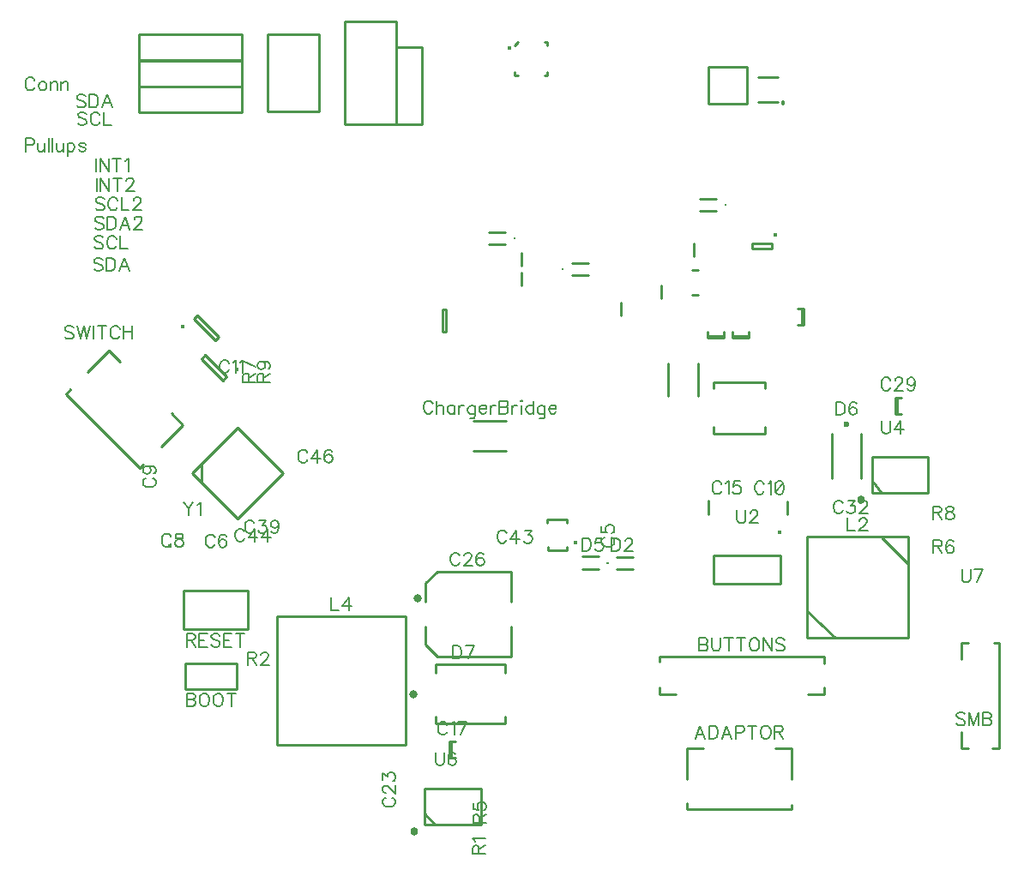
<source format=gto>
G04 DipTrace 3.0.0.2*
G04 TopSilk.gbr*
%MOIN*%
G04 #@! TF.FileFunction,Legend,Top*
G04 #@! TF.Part,Single*
%ADD10C,0.009843*%
%ADD38C,0.031499*%
%ADD43C,0.009447*%
%ADD44C,0.009433*%
%ADD46C,0.023623*%
%ADD48C,0.031479*%
%ADD52O,0.003195X0.006148*%
%ADD61C,0.015415*%
%ADD63C,0.015422*%
%ADD71C,0.015403*%
%ADD74C,0.015424*%
%ADD77C,0.03124*%
%ADD82C,0.017998*%
%ADD85O,0.014418X0.015412*%
%ADD89O,0.015352X0.015468*%
%ADD186C,0.00772*%
%FSLAX26Y26*%
G04*
G70*
G90*
G75*
G01*
G04 TopSilk*
%LPD*%
X2995334Y752149D2*
D10*
Y727154D1*
X3403339D1*
Y746152D1*
Y846158D2*
Y964155D1*
X3340346Y964911D2*
X3403339D1*
X2995334Y846158D2*
Y964155D1*
Y964911D2*
X3058327D1*
X3527745Y1295154D2*
X3528000Y1320156D1*
X2890000D1*
X2890255D2*
Y1301394D1*
Y1201429D2*
Y1176385D1*
X2952716D2*
X2890255D1*
X3527745Y1201429D2*
Y1176385D1*
X3465285D1*
X3386805Y1926037D2*
Y1874895D1*
X2353163Y2891725D2*
Y2840583D1*
X3139465Y2567941D2*
X3076536D1*
X3139465Y2560492D2*
X3076536D1*
X3139465D2*
Y2584051D1*
X3076536Y2560492D2*
Y2584051D1*
X3079952Y1875268D2*
Y1926410D1*
X2079696Y927761D2*
Y990690D1*
X2072247Y927761D2*
Y990690D1*
Y927761D2*
X2095806D1*
X2072247Y990690D2*
X2095806D1*
X2895360Y2765725D2*
Y2714583D1*
X3234465Y2568941D2*
X3171536D1*
X3234465Y2561492D2*
X3171536D1*
X3234465D2*
Y2585051D1*
X3171536Y2561492D2*
Y2585051D1*
X2025794Y1652013D2*
X2311037D1*
X1980868Y1607133D2*
X2025794Y1652013D1*
Y1322013D2*
X2311037D1*
X1980868Y1366893D2*
X2025794Y1322013D1*
X1980868Y1536216D2*
Y1607133D1*
Y1366893D2*
Y1437810D1*
X2311037Y1536216D2*
Y1652013D1*
Y1322013D2*
Y1437810D1*
D38*
X1949097Y1548030D3*
X3441213Y2673618D2*
D10*
Y2610689D1*
X3448662Y2673618D2*
Y2610689D1*
Y2673618D2*
X3425103D1*
X3448662Y2610689D2*
X3425103D1*
X3021641Y2878583D2*
Y2929725D1*
X3812582Y2266396D2*
Y2329326D1*
X3805133Y2266396D2*
Y2329326D1*
Y2266396D2*
X3828692D1*
X3805133Y2329326D2*
X3828692D1*
X2353163Y2815725D2*
Y2764583D1*
X2737641Y2646583D2*
Y2697725D1*
X1366000Y3440154D2*
X1566000D1*
Y3740154D1*
X1366000D1*
Y3440154D1*
X1666000Y3390154D2*
X1866000D1*
Y3790154D1*
X1666000D1*
Y3390154D1*
X1266018Y3640149D2*
X865983D1*
Y3740154D1*
X1266018D1*
Y3640149D1*
Y3539149D2*
X865983D1*
Y3639154D1*
X1266018D1*
Y3539149D1*
Y3439149D2*
X865983D1*
Y3539154D1*
X1266018D1*
Y3439149D1*
X2166891Y2239261D2*
X2292750D1*
X2166891Y2121088D2*
X2292750D1*
X3109223Y3054532D2*
X3046228D1*
X3109223Y3101775D2*
X3046228D1*
D43*
X3146227Y3078154D3*
X2722806Y1708775D2*
D10*
X2785797D1*
X2722806Y1661532D2*
X2785797D1*
D44*
X2685798Y1685154D3*
X2290194Y2923532D2*
D10*
X2227203D1*
X2290194Y2970775D2*
X2227203D1*
D44*
X2327202Y2947154D3*
X2550806Y2852775D2*
D10*
X2613797D1*
X2550806Y2805532D2*
X2613797D1*
D44*
X2513798Y2829154D3*
X2653194Y1662532D2*
D10*
X2590203D1*
X2653194Y1709775D2*
X2590203D1*
D44*
X2690202Y1686154D3*
X3673902Y2186835D2*
D10*
Y2013620D1*
X3559728Y2186835D2*
Y2013620D1*
D46*
X3616809Y2226204D3*
X2017684Y1290387D2*
D10*
X2289350D1*
X2017684Y1062041D2*
X2289350D1*
X2017684Y1290387D2*
Y1258898D1*
X2289350Y1290387D2*
Y1258898D1*
X2017684Y1089602D2*
Y1062041D1*
X2289350Y1089602D2*
Y1062041D1*
D48*
X1933019Y1176214D3*
X1865995Y3390173D2*
D10*
X1966000D1*
Y3690135D1*
X1865995D1*
Y3390173D1*
X1247251Y1295654D2*
X1047251D1*
Y1195654D1*
X1247251D1*
Y1295654D1*
X3300743Y2214154D2*
Y2189154D1*
X3100756D1*
Y2214154D1*
X3300743Y2364154D2*
Y2389154D1*
X3100756D1*
Y2364154D2*
Y2389154D1*
X3855237Y1787405D2*
X3461475D1*
Y1393656D1*
X3855237D1*
Y1787405D1*
X3856224Y1680423D2*
X3751221Y1785397D1*
X3571215Y1395388D2*
X3463212Y1497409D1*
X3078532Y3472075D2*
Y3615828D1*
X3228532Y3472075D2*
Y3615828D1*
D52*
X3153509Y3472171D3*
X3078532Y3472075D2*
D10*
X3228532D1*
X3078532Y3615828D2*
X3228532D1*
X1403016Y978301D2*
X1903016D1*
Y1478301D1*
X1403016D1*
Y978301D1*
D61*
X3339906Y2963053D3*
X3326782Y2928652D2*
D10*
X3248035D1*
Y2908978D1*
X3326782D1*
Y2928652D1*
D63*
X1247213Y2438740D3*
X1205254Y2409788D2*
D10*
X1121737Y2493309D1*
X1107825Y2479391D1*
X1191327Y2395870D1*
X1205254Y2409788D1*
D63*
X1035787Y2604569D3*
X1077746Y2633521D2*
D10*
X1161264Y2550000D1*
X1175176Y2563918D1*
X1091674Y2647439D1*
X1077746Y2633521D1*
X3038662Y2726937D2*
X3015103D1*
X3038662Y2825370D2*
X3015103D1*
X2921914Y2335988D2*
Y2461847D1*
X3040087Y2335988D2*
Y2461847D1*
X2059248Y2671904D2*
X2046753D1*
Y2584404D1*
X2059248D1*
Y2671904D1*
X1288292Y1426904D2*
X1038292D1*
Y1576904D1*
X1288292D1*
Y1426904D1*
X4183195Y965450D2*
X4208194D1*
Y1373450D1*
X4189200D1*
X4089204D2*
X4064205D1*
Y1310455D2*
Y1373450D1*
X4089204Y965450D2*
X4064205D1*
Y1028445D1*
X598675Y2360736D2*
X580997Y2343065D1*
X869510Y2054570D1*
X882940Y2067995D1*
X953652Y2138726D2*
X1037063Y2222151D1*
X993073Y2267220D2*
X1037611Y2222699D1*
X665139Y2427221D2*
X748596Y2510646D1*
X749098Y2511194D2*
X793636Y2466673D1*
D71*
X3357411Y1805471D3*
X3358450Y1716222D2*
D10*
X3098620D1*
X3358450Y1605986D2*
X3098620D1*
Y1716222D2*
Y1605986D1*
X3358450Y1716222D2*
Y1605986D1*
D74*
X2563950Y1766362D3*
X2529764Y1736190D2*
D10*
X2454932D1*
X2529764Y1854301D2*
X2451005D1*
X2529764Y1842490D2*
Y1854301D1*
X2451005Y1842490D2*
Y1854301D1*
X2454932Y1736190D2*
Y1748001D1*
X2529764Y1736190D2*
Y1748001D1*
X3714769Y2096942D2*
X3933532D1*
Y1959420D1*
X3714769D1*
Y2096942D1*
D77*
X3674152Y1931305D3*
X3714769Y2003172D2*
D10*
X3752279Y1959420D1*
X1073172Y2034494D2*
X1249958Y2211280D1*
X1426744Y2034494D1*
X1249958Y1857707D1*
X1073172Y2034494D1*
X1108555Y1999154D2*
Y2069834D1*
X1977540Y806777D2*
X2196302D1*
Y669255D1*
X1977540D1*
Y806777D1*
D77*
X1936922Y641140D3*
X1977540Y713007D2*
D10*
X2015050Y669255D1*
X3273299Y3478575D2*
X3349300D1*
Y3574573D2*
X3273299D1*
D82*
X3369554Y3473823D3*
X2327291Y3699236D2*
D10*
X2337816Y3711076D1*
X2327291Y3582034D2*
X2337816D1*
X2327291D2*
Y3593887D1*
X2453961Y3582034D2*
Y3593887D1*
Y3582034D2*
X2443387D1*
X2453961Y3711076D2*
Y3699236D1*
Y3711076D2*
X2443387D1*
D85*
X2304866Y3687257D3*
D89*
X985287Y1752026D3*
X3066786Y1002105D2*
D186*
X3047608Y1052345D1*
X3028485Y1002105D1*
X3035670Y1018852D2*
X3059601D1*
X3082226Y1052345D2*
Y1002105D1*
X3098972D1*
X3106157Y1004537D1*
X3110966Y1009290D1*
X3113342Y1014099D1*
X3115719Y1021228D1*
Y1033222D1*
X3113342Y1040407D1*
X3110966Y1045160D1*
X3106157Y1049969D1*
X3098972Y1052345D1*
X3082226D1*
X3169460Y1002105D2*
X3150282Y1052345D1*
X3131158Y1002105D1*
X3138343Y1018852D2*
X3162275D1*
X3184899Y1026037D2*
X3206454D1*
X3213584Y1028414D1*
X3216016Y1030845D1*
X3218393Y1035599D1*
Y1042784D1*
X3216016Y1047537D1*
X3213584Y1049969D1*
X3206454Y1052345D1*
X3184899D1*
Y1002105D1*
X3250579Y1052345D2*
Y1002105D1*
X3233832Y1052345D2*
X3267325D1*
X3297135D2*
X3292326Y1049969D1*
X3287573Y1045160D1*
X3285141Y1040407D1*
X3282764Y1033222D1*
Y1021228D1*
X3285141Y1014099D1*
X3287573Y1009290D1*
X3292326Y1004537D1*
X3297135Y1002105D1*
X3306696D1*
X3311449Y1004537D1*
X3316258Y1009290D1*
X3318634Y1014099D1*
X3321011Y1021228D1*
Y1033222D1*
X3318634Y1040407D1*
X3316258Y1045160D1*
X3311449Y1049969D1*
X3306696Y1052345D1*
X3297135D1*
X3336450Y1028414D2*
X3357950D1*
X3365135Y1030845D1*
X3367567Y1033222D1*
X3369944Y1037975D1*
Y1042784D1*
X3367567Y1047537D1*
X3365135Y1049969D1*
X3357950Y1052345D1*
X3336450D1*
Y1002105D1*
X3353197Y1028414D2*
X3369944Y1002105D1*
X3043079Y1393379D2*
Y1343139D1*
X3064634D1*
X3071819Y1345571D1*
X3074196Y1347947D1*
X3076573Y1352701D1*
Y1359886D1*
X3074196Y1364694D1*
X3071819Y1367071D1*
X3064634Y1369447D1*
X3071819Y1371879D1*
X3074196Y1374256D1*
X3076573Y1379009D1*
Y1383817D1*
X3074196Y1388571D1*
X3071819Y1391002D1*
X3064634Y1393379D1*
X3043079D1*
Y1369447D2*
X3064634D1*
X3092012Y1393379D2*
Y1357509D1*
X3094388Y1350324D1*
X3099197Y1345571D1*
X3106382Y1343139D1*
X3111135D1*
X3118320Y1345571D1*
X3123129Y1350324D1*
X3125505Y1357509D1*
Y1393379D1*
X3157691D2*
Y1343139D1*
X3140944Y1393379D2*
X3174438D1*
X3206624D2*
Y1343139D1*
X3189877Y1393379D2*
X3223370D1*
X3253180D2*
X3248371Y1391002D1*
X3243618Y1386194D1*
X3241186Y1381441D1*
X3238810Y1374256D1*
Y1362262D1*
X3241186Y1355133D1*
X3243618Y1350324D1*
X3248371Y1345571D1*
X3253180Y1343139D1*
X3262741D1*
X3267494Y1345571D1*
X3272303Y1350324D1*
X3274679Y1355133D1*
X3277056Y1362262D1*
Y1374256D1*
X3274679Y1381441D1*
X3272303Y1386194D1*
X3267494Y1391002D1*
X3262741Y1393379D1*
X3253180D1*
X3325989D2*
Y1343139D1*
X3292495Y1393379D1*
Y1343139D1*
X3374921Y1386194D2*
X3370168Y1391002D1*
X3362983Y1393379D1*
X3353421D1*
X3346236Y1391002D1*
X3341428Y1386194D1*
Y1381441D1*
X3343860Y1376632D1*
X3346236Y1374256D1*
X3350990Y1371879D1*
X3365360Y1367071D1*
X3370168Y1364694D1*
X3372545Y1362262D1*
X3374921Y1357509D1*
Y1350324D1*
X3370168Y1345571D1*
X3362983Y1343139D1*
X3353421D1*
X3346236Y1345571D1*
X3341428Y1350324D1*
X2675215Y1785380D2*
X2670462Y1783003D1*
X2665654Y1778195D1*
X2663277Y1773441D1*
Y1763880D1*
X2665654Y1759071D1*
X2670462Y1754318D1*
X2675215Y1751886D1*
X2682400Y1749510D1*
X2694394D1*
X2701524Y1751886D1*
X2706332Y1754318D1*
X2711085Y1759071D1*
X2713517Y1763880D1*
Y1773441D1*
X2711085Y1778195D1*
X2706332Y1783003D1*
X2701524Y1785380D1*
X2663332Y1829504D2*
Y1805627D1*
X2684832Y1803251D1*
X2682456Y1805627D1*
X2680024Y1812812D1*
Y1819942D1*
X2682456Y1827127D1*
X2687209Y1831936D1*
X2694394Y1834312D1*
X2699147D1*
X2706332Y1831936D1*
X2711141Y1827127D1*
X2713517Y1819942D1*
Y1812812D1*
X2711141Y1805627D1*
X2708709Y1803251D1*
X2703956Y1800819D1*
X1161069Y1784414D2*
X1158693Y1789167D1*
X1153884Y1793975D1*
X1149131Y1796352D1*
X1139569D1*
X1134761Y1793975D1*
X1130008Y1789167D1*
X1127576Y1784414D1*
X1125199Y1777229D1*
Y1765235D1*
X1127576Y1758105D1*
X1130008Y1753297D1*
X1134761Y1748544D1*
X1139569Y1746112D1*
X1149131D1*
X1153884Y1748544D1*
X1158693Y1753297D1*
X1161069Y1758105D1*
X1205193Y1789167D2*
X1202817Y1793920D1*
X1195632Y1796297D1*
X1190879D1*
X1183694Y1793920D1*
X1178885Y1786735D1*
X1176509Y1774797D1*
Y1762858D1*
X1178885Y1753297D1*
X1183694Y1748488D1*
X1190879Y1746112D1*
X1193255D1*
X1200385Y1748488D1*
X1205193Y1753297D1*
X1207570Y1760482D1*
Y1762858D1*
X1205193Y1770043D1*
X1200385Y1774797D1*
X1193255Y1777173D1*
X1190879D1*
X1183694Y1774797D1*
X1178885Y1770043D1*
X1176509Y1762858D1*
X990432Y1787290D2*
X988056Y1792043D1*
X983247Y1796852D1*
X978494Y1799228D1*
X968932D1*
X964124Y1796852D1*
X959371Y1792043D1*
X956939Y1787290D1*
X954562Y1780105D1*
Y1768112D1*
X956939Y1760982D1*
X959371Y1756173D1*
X964124Y1751420D1*
X968932Y1748988D1*
X978494D1*
X983247Y1751420D1*
X988056Y1756173D1*
X990432Y1760982D1*
X1017810Y1799173D2*
X1010680Y1796797D1*
X1008248Y1792043D1*
Y1787235D1*
X1010680Y1782482D1*
X1015433Y1780050D1*
X1024995Y1777673D1*
X1032180Y1775297D1*
X1036933Y1770488D1*
X1039310Y1765735D1*
Y1758550D1*
X1036933Y1753797D1*
X1034556Y1751365D1*
X1027371Y1748988D1*
X1017810D1*
X1010680Y1751365D1*
X1008248Y1753797D1*
X1005871Y1758550D1*
Y1765735D1*
X1008248Y1770488D1*
X1013056Y1775297D1*
X1020186Y1777673D1*
X1029748Y1780050D1*
X1034556Y1782482D1*
X1036933Y1787235D1*
Y1792043D1*
X1034556Y1796797D1*
X1027371Y1799173D1*
X1017810D1*
X893092Y2015920D2*
X888339Y2013543D1*
X883530Y2008735D1*
X881154Y2003981D1*
Y1994420D1*
X883530Y1989611D1*
X888339Y1984858D1*
X893092Y1982426D1*
X900277Y1980050D1*
X912271D1*
X919400Y1982426D1*
X924209Y1984858D1*
X928962Y1989611D1*
X931394Y1994420D1*
Y2003981D1*
X928962Y2008735D1*
X924209Y2013543D1*
X919400Y2015920D1*
X897901Y2062476D2*
X905086Y2060044D1*
X909894Y2055291D1*
X912271Y2048105D1*
Y2045729D1*
X909894Y2038544D1*
X905086Y2033791D1*
X897901Y2031359D1*
X895524D1*
X888339Y2033791D1*
X883586Y2038544D1*
X881209Y2045729D1*
Y2048106D1*
X883586Y2055291D1*
X888339Y2060044D1*
X897901Y2062476D1*
X909894D1*
X921832Y2060044D1*
X929017Y2055291D1*
X931394Y2048105D1*
Y2043352D1*
X929017Y2036167D1*
X924209Y2033791D1*
X3295680Y1991278D2*
X3293304Y1996032D1*
X3288495Y2000840D1*
X3283742Y2003217D1*
X3274180D1*
X3269372Y2000840D1*
X3264619Y1996032D1*
X3262187Y1991278D1*
X3259810Y1984093D1*
Y1972100D1*
X3262187Y1964970D1*
X3264619Y1960162D1*
X3269372Y1955408D1*
X3274180Y1952977D1*
X3283742D1*
X3288495Y1955408D1*
X3293304Y1960162D1*
X3295680Y1964970D1*
X3311120Y1993600D2*
X3315928Y1996032D1*
X3323113Y2003161D1*
Y1952977D1*
X3352922Y2003161D2*
X3345737Y2000785D1*
X3340929Y1993600D1*
X3338552Y1981662D1*
Y1974476D1*
X3340929Y1962538D1*
X3345737Y1955353D1*
X3352922Y1952977D1*
X3357676D1*
X3364861Y1955353D1*
X3369614Y1962538D1*
X3372046Y1974476D1*
Y1981662D1*
X3369614Y1993600D1*
X3364861Y2000785D1*
X3357676Y2003161D1*
X3352922D1*
X3369614Y1993600D2*
X3340929Y1962538D1*
X1215874Y2462794D2*
X1213497Y2467547D1*
X1208689Y2472356D1*
X1203936Y2474732D1*
X1194374D1*
X1189566Y2472356D1*
X1184812Y2467547D1*
X1182380Y2462794D1*
X1180004Y2455609D1*
Y2443616D1*
X1182380Y2436486D1*
X1184812Y2431677D1*
X1189566Y2426924D1*
X1194374Y2424492D1*
X1203936D1*
X1208689Y2426924D1*
X1213497Y2431677D1*
X1215874Y2436486D1*
X1231313Y2465115D2*
X1236122Y2467547D1*
X1243307Y2474677D1*
Y2424492D1*
X1258746Y2465115D2*
X1263554Y2467547D1*
X1270739Y2474677D1*
Y2424492D1*
X3130581Y1991651D2*
X3128204Y1996404D1*
X3123396Y2001213D1*
X3118642Y2003589D1*
X3109081D1*
X3104272Y2001213D1*
X3099519Y1996404D1*
X3097087Y1991651D1*
X3094711Y1984466D1*
Y1972473D1*
X3097087Y1965343D1*
X3099519Y1960534D1*
X3104272Y1955781D1*
X3109081Y1953349D1*
X3118642D1*
X3123396Y1955781D1*
X3128204Y1960534D1*
X3130581Y1965343D1*
X3146020Y1993972D2*
X3150828Y1996404D1*
X3158013Y2003534D1*
Y1953349D1*
X3202137Y2003534D2*
X3178261D1*
X3175884Y1982034D1*
X3178261Y1984411D1*
X3185446Y1986843D1*
X3192576D1*
X3199761Y1984411D1*
X3204569Y1979658D1*
X3206946Y1972473D1*
Y1967719D1*
X3204569Y1960534D1*
X3199761Y1955726D1*
X3192576Y1953349D1*
X3185446D1*
X3178261Y1955726D1*
X3175884Y1958158D1*
X3173453Y1962911D1*
X2063779Y1055944D2*
X2061402Y1060697D1*
X2056594Y1065505D1*
X2051841Y1067882D1*
X2042279D1*
X2037470Y1065505D1*
X2032717Y1060697D1*
X2030285Y1055944D1*
X2027909Y1048759D1*
Y1036765D1*
X2030285Y1029635D1*
X2032717Y1024827D1*
X2037470Y1020074D1*
X2042279Y1017642D1*
X2051841D1*
X2056594Y1020074D1*
X2061402Y1024827D1*
X2063779Y1029635D1*
X2079218Y1058265D2*
X2084026Y1060697D1*
X2091211Y1067827D1*
Y1017642D1*
X2116212D2*
X2140144Y1067827D1*
X2106651D1*
X1824361Y772883D2*
X1819608Y770507D1*
X1814799Y765698D1*
X1812423Y760945D1*
Y751383D1*
X1814799Y746575D1*
X1819608Y741822D1*
X1824361Y739390D1*
X1831546Y737013D1*
X1843540D1*
X1850669Y739390D1*
X1855478Y741822D1*
X1860231Y746575D1*
X1862663Y751383D1*
Y760945D1*
X1860231Y765698D1*
X1855478Y770507D1*
X1850669Y772883D1*
X1824416Y790754D2*
X1822040D1*
X1817231Y793131D1*
X1814855Y795507D1*
X1812478Y800316D1*
Y809877D1*
X1814855Y814631D1*
X1817231Y817007D1*
X1822040Y819439D1*
X1826793D1*
X1831601Y817007D1*
X1838731Y812254D1*
X1862663Y788322D1*
Y821816D1*
X1812478Y842063D2*
Y868316D1*
X1831601Y854002D1*
Y861187D1*
X1833978Y865940D1*
X1836355Y868316D1*
X1843540Y870748D1*
X1848293D1*
X1855478Y868316D1*
X1860286Y863563D1*
X1862663Y856378D1*
Y849193D1*
X1860286Y842063D1*
X1857854Y839687D1*
X1853101Y837255D1*
X2112720Y1713298D2*
X2110343Y1718051D1*
X2105535Y1722860D1*
X2100782Y1725236D1*
X2091220D1*
X2086412Y1722860D1*
X2081658Y1718051D1*
X2079226Y1713298D1*
X2076850Y1706113D1*
Y1694120D1*
X2079226Y1686990D1*
X2081658Y1682181D1*
X2086412Y1677428D1*
X2091220Y1674996D1*
X2100782D1*
X2105535Y1677428D1*
X2110343Y1682181D1*
X2112720Y1686990D1*
X2130591Y1713243D2*
Y1715619D1*
X2132968Y1720428D1*
X2135344Y1722804D1*
X2140153Y1725181D1*
X2149714D1*
X2154467Y1722804D1*
X2156844Y1720428D1*
X2159276Y1715619D1*
Y1710866D1*
X2156844Y1706058D1*
X2152091Y1698928D1*
X2128159Y1674996D1*
X2161652D1*
X2205777Y1718051D2*
X2203400Y1722804D1*
X2196215Y1725181D1*
X2191462D1*
X2184277Y1722804D1*
X2179468Y1715619D1*
X2177092Y1703681D1*
Y1691743D1*
X2179468Y1682181D1*
X2184277Y1677373D1*
X2191462Y1674996D1*
X2193838D1*
X2200968Y1677373D1*
X2205777Y1682181D1*
X2208153Y1689366D1*
Y1691743D1*
X2205777Y1698928D1*
X2200968Y1703681D1*
X2193838Y1706058D1*
X2191462D1*
X2184277Y1703681D1*
X2179468Y1698928D1*
X2177092Y1691743D1*
X3787103Y2394579D2*
X3784726Y2399332D1*
X3779918Y2404141D1*
X3775165Y2406517D1*
X3765603D1*
X3760795Y2404141D1*
X3756041Y2399332D1*
X3753610Y2394579D1*
X3751233Y2387394D1*
Y2375400D1*
X3753610Y2368271D1*
X3756041Y2363462D1*
X3760795Y2358709D1*
X3765603Y2356277D1*
X3775165D1*
X3779918Y2358709D1*
X3784726Y2363462D1*
X3787103Y2368271D1*
X3804974Y2394524D2*
Y2396900D1*
X3807351Y2401709D1*
X3809727Y2404085D1*
X3814536Y2406462D1*
X3824097D1*
X3828851Y2404085D1*
X3831227Y2401709D1*
X3833659Y2396900D1*
Y2392147D1*
X3831227Y2387339D1*
X3826474Y2380209D1*
X3802542Y2356277D1*
X3836036D1*
X3882592Y2389770D2*
X3880160Y2382585D1*
X3875406Y2377777D1*
X3868221Y2375400D1*
X3865845D1*
X3858660Y2377777D1*
X3853907Y2382585D1*
X3851475Y2389770D1*
Y2392147D1*
X3853907Y2399332D1*
X3858660Y2404085D1*
X3865845Y2406462D1*
X3868221D1*
X3875406Y2404085D1*
X3880160Y2399332D1*
X3882592Y2389770D1*
Y2377777D1*
X3880160Y2365839D1*
X3875406Y2358654D1*
X3868221Y2356277D1*
X3863468D1*
X3856283Y2358654D1*
X3853907Y2363462D1*
X3601668Y1916499D2*
X3599291Y1921252D1*
X3594483Y1926061D1*
X3589730Y1928437D1*
X3580168D1*
X3575360Y1926061D1*
X3570606Y1921252D1*
X3568175Y1916499D1*
X3565798Y1909314D1*
Y1897320D1*
X3568175Y1890191D1*
X3570606Y1885382D1*
X3575360Y1880629D1*
X3580168Y1878197D1*
X3589730D1*
X3594483Y1880629D1*
X3599291Y1885382D1*
X3601668Y1890191D1*
X3621916Y1928382D2*
X3648169D1*
X3633854Y1909259D1*
X3641039D1*
X3645792Y1906882D1*
X3648169Y1904505D1*
X3650601Y1897320D1*
Y1892567D1*
X3648169Y1885382D1*
X3643415Y1880574D1*
X3636230Y1878197D1*
X3629045D1*
X3621916Y1880574D1*
X3619539Y1883006D1*
X3617107Y1887759D1*
X3668472Y1916444D2*
Y1918820D1*
X3670848Y1923629D1*
X3673225Y1926005D1*
X3678033Y1928382D1*
X3687595D1*
X3692348Y1926005D1*
X3694725Y1923629D1*
X3697157Y1918820D1*
Y1914067D1*
X3694725Y1909259D1*
X3689971Y1902129D1*
X3666040Y1878197D1*
X3699533D1*
X1313565Y1840020D2*
X1311188Y1844773D1*
X1306380Y1849582D1*
X1301627Y1851958D1*
X1292065D1*
X1287257Y1849582D1*
X1282503Y1844773D1*
X1280072Y1840020D1*
X1277695Y1832835D1*
Y1820841D1*
X1280072Y1813712D1*
X1282503Y1808903D1*
X1287257Y1804150D1*
X1292065Y1801718D1*
X1301627D1*
X1306380Y1804150D1*
X1311188Y1808903D1*
X1313565Y1813712D1*
X1333813Y1851903D2*
X1360066D1*
X1345751Y1832780D1*
X1352936D1*
X1357689Y1830403D1*
X1360066Y1828026D1*
X1362497Y1820841D1*
Y1816088D1*
X1360066Y1808903D1*
X1355312Y1804095D1*
X1348127Y1801718D1*
X1340942D1*
X1333813Y1804095D1*
X1331436Y1806527D1*
X1329004Y1811280D1*
X1409053Y1835211D2*
X1406622Y1828026D1*
X1401868Y1823218D1*
X1394683Y1820841D1*
X1392307D1*
X1385122Y1823218D1*
X1380369Y1828026D1*
X1377937Y1835211D1*
Y1837588D1*
X1380369Y1844773D1*
X1385122Y1849526D1*
X1392307Y1851903D1*
X1394683D1*
X1401868Y1849526D1*
X1406622Y1844773D1*
X1409053Y1835211D1*
Y1823218D1*
X1406622Y1811280D1*
X1401868Y1804095D1*
X1394683Y1801718D1*
X1389930D1*
X1382745Y1804095D1*
X1380369Y1808903D1*
X2294659Y1801007D2*
X2292283Y1805760D1*
X2287474Y1810568D1*
X2282721Y1812945D1*
X2273160D1*
X2268351Y1810568D1*
X2263598Y1805760D1*
X2261166Y1801007D1*
X2258790Y1793822D1*
Y1781828D1*
X2261166Y1774698D1*
X2263598Y1769890D1*
X2268351Y1765137D1*
X2273160Y1762705D1*
X2282721D1*
X2287474Y1765137D1*
X2292283Y1769890D1*
X2294659Y1774698D1*
X2334030Y1762705D2*
Y1812890D1*
X2310099Y1779452D1*
X2345969D1*
X2366216Y1812890D2*
X2392469D1*
X2378155Y1793766D1*
X2385340D1*
X2390093Y1791390D1*
X2392469Y1789013D1*
X2394901Y1781828D1*
Y1777075D1*
X2392469Y1769890D1*
X2387716Y1765082D1*
X2380531Y1762705D1*
X2373346D1*
X2366216Y1765082D1*
X2363840Y1767513D1*
X2361408Y1772267D1*
X1276014Y1806445D2*
X1273638Y1811198D1*
X1268829Y1816007D1*
X1264076Y1818383D1*
X1254515D1*
X1249706Y1816007D1*
X1244953Y1811198D1*
X1242521Y1806445D1*
X1240145Y1799260D1*
Y1787267D1*
X1242521Y1780137D1*
X1244953Y1775328D1*
X1249706Y1770575D1*
X1254515Y1768143D1*
X1264076D1*
X1268829Y1770575D1*
X1273638Y1775328D1*
X1276014Y1780137D1*
X1315385Y1768143D2*
Y1818328D1*
X1291454Y1784890D1*
X1327324D1*
X1366695Y1768143D2*
Y1818328D1*
X1342763Y1784890D1*
X1378633D1*
X1520773Y2114137D2*
X1518396Y2118890D1*
X1513588Y2123698D1*
X1508835Y2126075D1*
X1499273D1*
X1494465Y2123698D1*
X1489712Y2118890D1*
X1487280Y2114137D1*
X1484903Y2106952D1*
Y2094958D1*
X1487280Y2087828D1*
X1489712Y2083020D1*
X1494465Y2078267D1*
X1499273Y2075835D1*
X1508835D1*
X1513588Y2078267D1*
X1518396Y2083020D1*
X1520773Y2087828D1*
X1560144Y2075835D2*
Y2126020D1*
X1536212Y2092582D1*
X1572082D1*
X1616206Y2118890D2*
X1613830Y2123643D1*
X1606645Y2126020D1*
X1601892D1*
X1594706Y2123643D1*
X1589898Y2116458D1*
X1587521Y2104520D1*
Y2092582D1*
X1589898Y2083020D1*
X1594706Y2078211D1*
X1601892Y2075835D1*
X1604268D1*
X1611398Y2078211D1*
X1616206Y2083020D1*
X1618583Y2090205D1*
Y2092582D1*
X1616206Y2099767D1*
X1611398Y2104520D1*
X1604268Y2106896D1*
X1601892D1*
X1594706Y2104520D1*
X1589898Y2099767D1*
X1587521Y2092582D1*
X2007992Y2304452D2*
X2005616Y2309205D1*
X2000807Y2314013D1*
X1996054Y2316390D1*
X1986493D1*
X1981684Y2314013D1*
X1976931Y2309205D1*
X1974499Y2304452D1*
X1972122Y2297267D1*
Y2285273D1*
X1974499Y2278143D1*
X1976931Y2273335D1*
X1981684Y2268582D1*
X1986493Y2266150D1*
X1996054D1*
X2000807Y2268582D1*
X2005616Y2273335D1*
X2007992Y2278143D1*
X2023432Y2316390D2*
Y2266150D1*
Y2290082D2*
X2030617Y2297267D1*
X2035425Y2299643D1*
X2042610D1*
X2047363Y2297267D1*
X2049740Y2290082D1*
Y2266150D1*
X2093864Y2299643D2*
Y2266150D1*
Y2292458D2*
X2089111Y2297267D1*
X2084302Y2299643D1*
X2077173D1*
X2072364Y2297267D1*
X2067611Y2292458D1*
X2065179Y2285273D1*
Y2280520D1*
X2067611Y2273335D1*
X2072364Y2268582D1*
X2077173Y2266150D1*
X2084302D1*
X2089111Y2268582D1*
X2093864Y2273335D1*
X2109303Y2299643D2*
Y2266150D1*
Y2285273D2*
X2111735Y2292458D1*
X2116488Y2297267D1*
X2121297Y2299643D1*
X2128482D1*
X2172606Y2297267D2*
Y2258965D1*
X2170229Y2251835D1*
X2167853Y2249403D1*
X2163044Y2247027D1*
X2155859D1*
X2151106Y2249403D1*
X2172606Y2290082D2*
X2167853Y2294835D1*
X2163044Y2297267D1*
X2155859D1*
X2151106Y2294835D1*
X2146298Y2290082D1*
X2143921Y2282897D1*
Y2278088D1*
X2146298Y2270958D1*
X2151106Y2266150D1*
X2155859Y2263773D1*
X2163044D1*
X2167853Y2266150D1*
X2172606Y2270958D1*
X2188045Y2285273D2*
X2216730D1*
Y2290082D1*
X2214354Y2294890D1*
X2211977Y2297267D1*
X2207168Y2299643D1*
X2199983D1*
X2195230Y2297267D1*
X2190422Y2292458D1*
X2188045Y2285273D1*
Y2280520D1*
X2190422Y2273335D1*
X2195230Y2268582D1*
X2199983Y2266150D1*
X2207168D1*
X2211977Y2268582D1*
X2216730Y2273335D1*
X2232169Y2299643D2*
Y2266150D1*
Y2285273D2*
X2234601Y2292458D1*
X2239354Y2297267D1*
X2244163Y2299643D1*
X2251348D1*
X2266787Y2316390D2*
Y2266150D1*
X2288342D1*
X2295527Y2268582D1*
X2297904Y2270958D1*
X2300280Y2275711D1*
Y2282897D1*
X2297904Y2287705D1*
X2295527Y2290082D1*
X2288342Y2292458D1*
X2295527Y2294890D1*
X2297904Y2297267D1*
X2300280Y2302020D1*
Y2306828D1*
X2297904Y2311581D1*
X2295527Y2314013D1*
X2288342Y2316390D1*
X2266787D1*
Y2292458D2*
X2288342D1*
X2315720Y2299643D2*
Y2266150D1*
Y2285273D2*
X2318152Y2292458D1*
X2322905Y2297267D1*
X2327713Y2299643D1*
X2334898D1*
X2350338Y2316390D2*
X2352714Y2314013D1*
X2355146Y2316390D1*
X2352714Y2318822D1*
X2350338Y2316390D1*
X2352714Y2299643D2*
Y2266150D1*
X2399270Y2316390D2*
Y2266150D1*
Y2292458D2*
X2394517Y2297267D1*
X2389708Y2299643D1*
X2382523D1*
X2377770Y2297267D1*
X2372962Y2292458D1*
X2370585Y2285273D1*
Y2280520D1*
X2372962Y2273335D1*
X2377770Y2268582D1*
X2382523Y2266150D1*
X2389708D1*
X2394517Y2268582D1*
X2399270Y2273335D1*
X2443394Y2297267D2*
Y2258965D1*
X2441018Y2251835D1*
X2438641Y2249403D1*
X2433833Y2247027D1*
X2426648D1*
X2421894Y2249403D1*
X2443394Y2290082D2*
X2438641Y2294835D1*
X2433833Y2297267D1*
X2426648D1*
X2421894Y2294835D1*
X2417086Y2290082D1*
X2414709Y2282897D1*
Y2278088D1*
X2417086Y2270958D1*
X2421894Y2266150D1*
X2426648Y2263773D1*
X2433833D1*
X2438641Y2266150D1*
X2443394Y2270958D1*
X2458833Y2285273D2*
X2487518D1*
Y2290082D1*
X2485142Y2294890D1*
X2482765Y2297267D1*
X2477957Y2299643D1*
X2470772D1*
X2466019Y2297267D1*
X2461210Y2292458D1*
X2458833Y2285273D1*
Y2280520D1*
X2461210Y2273335D1*
X2466019Y2268582D1*
X2470772Y2266150D1*
X2477957D1*
X2482765Y2268582D1*
X2487518Y2273335D1*
X2704041Y1781998D2*
Y1731758D1*
X2720787D1*
X2727972Y1734190D1*
X2732781Y1738943D1*
X2735157Y1743752D1*
X2737534Y1750881D1*
Y1762875D1*
X2735157Y1770060D1*
X2732781Y1774813D1*
X2727972Y1779622D1*
X2720787Y1781998D1*
X2704041D1*
X2755405Y1770005D2*
Y1772381D1*
X2757782Y1777190D1*
X2760158Y1779566D1*
X2764967Y1781943D1*
X2774528D1*
X2779281Y1779566D1*
X2781658Y1777190D1*
X2784090Y1772381D1*
Y1767628D1*
X2781658Y1762820D1*
X2776905Y1755690D1*
X2752973Y1731758D1*
X2786466D1*
X2589534Y1782998D2*
Y1732758D1*
X2606281D1*
X2613466Y1735190D1*
X2618274Y1739943D1*
X2620651Y1744752D1*
X2623027Y1751881D1*
Y1763875D1*
X2620651Y1771060D1*
X2618274Y1775813D1*
X2613466Y1780622D1*
X2606281Y1782998D1*
X2589534D1*
X2667151Y1782943D2*
X2643275D1*
X2640898Y1761443D1*
X2643275Y1763820D1*
X2650460Y1766251D1*
X2657590D1*
X2664775Y1763820D1*
X2669583Y1759066D1*
X2671960Y1751881D1*
Y1747128D1*
X2669583Y1739943D1*
X2664775Y1735135D1*
X2657590Y1732758D1*
X2650460D1*
X2643275Y1735135D1*
X2640898Y1737567D1*
X2638467Y1742320D1*
X3576818Y2311243D2*
Y2261003D1*
X3593565D1*
X3600750Y2263435D1*
X3605558Y2268188D1*
X3607935Y2272996D1*
X3610311Y2280126D1*
Y2292120D1*
X3607935Y2299305D1*
X3605558Y2304058D1*
X3600750Y2308866D1*
X3593565Y2311243D1*
X3576818D1*
X3654436Y2304058D2*
X3652059Y2308811D1*
X3644874Y2311188D1*
X3640121D1*
X3632936Y2308811D1*
X3628127Y2301626D1*
X3625751Y2289688D1*
Y2277750D1*
X3628127Y2268188D1*
X3632936Y2263379D1*
X3640121Y2261003D1*
X3642497D1*
X3649627Y2263379D1*
X3654436Y2268188D1*
X3656812Y2275373D1*
Y2277750D1*
X3654436Y2284935D1*
X3649627Y2289688D1*
X3642497Y2292064D1*
X3640121D1*
X3632936Y2289688D1*
X3628127Y2284935D1*
X3625751Y2277750D1*
X2086205Y1363610D2*
Y1313370D1*
X2102951D1*
X2110136Y1315802D1*
X2114945Y1320555D1*
X2117321Y1325364D1*
X2119698Y1332494D1*
Y1344487D1*
X2117321Y1351672D1*
X2114945Y1356425D1*
X2110136Y1361234D1*
X2102951Y1363610D1*
X2086205D1*
X2144699Y1313370D2*
X2168630Y1363555D1*
X2135137D1*
X1052352Y1178695D2*
Y1128455D1*
X1073907D1*
X1081092Y1130887D1*
X1083469Y1133263D1*
X1085845Y1138017D1*
Y1145202D1*
X1083469Y1150010D1*
X1081092Y1152387D1*
X1073907Y1154763D1*
X1081092Y1157195D1*
X1083469Y1159572D1*
X1085845Y1164325D1*
Y1169133D1*
X1083469Y1173887D1*
X1081092Y1176318D1*
X1073907Y1178695D1*
X1052352D1*
Y1154763D2*
X1073907D1*
X1115655Y1178695D2*
X1110846Y1176318D1*
X1106093Y1171510D1*
X1103661Y1166757D1*
X1101285Y1159572D1*
Y1147578D1*
X1103661Y1140448D1*
X1106093Y1135640D1*
X1110846Y1130887D1*
X1115655Y1128455D1*
X1125216D1*
X1129970Y1130887D1*
X1134778Y1135640D1*
X1137155Y1140448D1*
X1139531Y1147578D1*
Y1159572D1*
X1137155Y1166757D1*
X1134778Y1171510D1*
X1129970Y1176318D1*
X1125216Y1178695D1*
X1115655D1*
X1169341D2*
X1164532Y1176318D1*
X1159779Y1171510D1*
X1157347Y1166757D1*
X1154970Y1159572D1*
Y1147578D1*
X1157347Y1140448D1*
X1159779Y1135640D1*
X1164532Y1130887D1*
X1169341Y1128455D1*
X1178902D1*
X1183655Y1130887D1*
X1188464Y1135640D1*
X1190840Y1140448D1*
X1193217Y1147578D1*
Y1159572D1*
X1190840Y1166757D1*
X1188464Y1171510D1*
X1183655Y1176318D1*
X1178902Y1178695D1*
X1169341D1*
X1225403D2*
Y1128455D1*
X1208656Y1178695D2*
X1242150D1*
X3620041Y1860628D2*
Y1810388D1*
X3648725D1*
X3666597Y1848635D2*
Y1851011D1*
X3668973Y1855820D1*
X3671350Y1858196D1*
X3676158Y1860573D1*
X3685720D1*
X3690473Y1858196D1*
X3692850Y1855820D1*
X3695281Y1851011D1*
Y1846258D1*
X3692850Y1841450D1*
X3688096Y1834320D1*
X3664165Y1810388D1*
X3697658D1*
X1613019Y1551524D2*
Y1501284D1*
X1641704D1*
X1681075D2*
Y1551468D1*
X1657143Y1518030D1*
X1693013D1*
X2186995Y553100D2*
Y574600D1*
X2184563Y581785D1*
X2182187Y584217D1*
X2177433Y586594D1*
X2172625D1*
X2167872Y584217D1*
X2165440Y581785D1*
X2163063Y574600D1*
Y553100D1*
X2213303D1*
X2186995Y569847D2*
X2213303Y586593D1*
X2172680Y602033D2*
X2170248Y606841D1*
X2163119Y614026D1*
X2213303D1*
X1289501Y1314630D2*
X1311001D1*
X1318186Y1317062D1*
X1320618Y1319439D1*
X1322994Y1324192D1*
Y1329000D1*
X1320618Y1333753D1*
X1318186Y1336185D1*
X1311001Y1338562D1*
X1289501D1*
Y1288322D1*
X1306248Y1314630D2*
X1322994Y1288322D1*
X1340866Y1326568D2*
Y1328945D1*
X1343242Y1333753D1*
X1345619Y1336130D1*
X1350427Y1338507D1*
X1359989D1*
X1364742Y1336130D1*
X1367119Y1333753D1*
X1369550Y1328945D1*
Y1324192D1*
X1367119Y1319383D1*
X1362365Y1312253D1*
X1338434Y1288322D1*
X1371927D1*
X725159Y2864841D2*
X720406Y2869650D1*
X713221Y2872026D1*
X703660D1*
X696475Y2869650D1*
X691666Y2864841D1*
Y2860088D1*
X694098Y2855280D1*
X696475Y2852903D1*
X701228Y2850526D1*
X715598Y2845718D1*
X720406Y2843341D1*
X722783Y2840910D1*
X725159Y2836156D1*
Y2828971D1*
X720406Y2824218D1*
X713221Y2821786D1*
X703660D1*
X696475Y2824218D1*
X691666Y2828971D1*
X740599Y2872026D2*
Y2821786D1*
X757345D1*
X764530Y2824218D1*
X769339Y2828971D1*
X771715Y2833780D1*
X774092Y2840910D1*
Y2852903D1*
X771715Y2860088D1*
X769339Y2864841D1*
X764530Y2869650D1*
X757345Y2872026D1*
X740599D1*
X827833Y2821786D2*
X808655Y2872026D1*
X789531Y2821786D1*
X796716Y2838533D2*
X820648D1*
X726566Y2950126D2*
X721812Y2954935D1*
X714627Y2957311D1*
X705066D1*
X697881Y2954935D1*
X693072Y2950126D1*
Y2945373D1*
X695504Y2940564D1*
X697881Y2938188D1*
X702634Y2935811D1*
X717004Y2931003D1*
X721812Y2928626D1*
X724189Y2926194D1*
X726566Y2921441D1*
Y2914256D1*
X721812Y2909503D1*
X714627Y2907071D1*
X705066D1*
X697881Y2909503D1*
X693072Y2914256D1*
X777875Y2945373D2*
X775498Y2950126D1*
X770690Y2954935D1*
X765937Y2957311D1*
X756375D1*
X751567Y2954935D1*
X746813Y2950126D1*
X744381Y2945373D1*
X742005Y2938188D1*
Y2926194D1*
X744381Y2919065D1*
X746813Y2914256D1*
X751567Y2909503D1*
X756375Y2907071D1*
X765937D1*
X770690Y2909503D1*
X775498Y2914256D1*
X777875Y2919065D1*
X793314Y2957311D2*
Y2907071D1*
X821999D1*
X2188344Y674478D2*
Y695977D1*
X2185912Y703162D1*
X2183536Y705594D1*
X2178782Y707971D1*
X2173974D1*
X2169221Y705594D1*
X2166789Y703162D1*
X2164412Y695977D1*
Y674478D1*
X2214652D1*
X2188344Y691224D2*
X2214652Y707971D1*
X2164468Y752095D2*
Y728219D1*
X2185967Y725842D1*
X2183591Y728219D1*
X2181159Y735404D1*
Y742533D1*
X2183591Y749718D1*
X2188344Y754527D1*
X2195529Y756903D1*
X2200282D1*
X2207467Y754527D1*
X2212276Y749718D1*
X2214652Y742533D1*
Y735404D1*
X2212276Y728218D1*
X2209844Y725842D1*
X2205091Y723410D1*
X3953800Y1750018D2*
X3975300D1*
X3982485Y1752450D1*
X3984917Y1754826D1*
X3987293Y1759579D1*
Y1764388D1*
X3984917Y1769141D1*
X3982485Y1771573D1*
X3975300Y1773950D1*
X3953800D1*
Y1723710D1*
X3970546Y1750018D2*
X3987293Y1723710D1*
X4031417Y1766765D2*
X4029041Y1771518D1*
X4021856Y1773894D1*
X4017102D1*
X4009917Y1771518D1*
X4005109Y1764333D1*
X4002732Y1752394D1*
Y1740456D1*
X4005109Y1730895D1*
X4009917Y1726086D1*
X4017102Y1723710D1*
X4019479D1*
X4026609Y1726086D1*
X4031417Y1730895D1*
X4033794Y1738080D1*
Y1740456D1*
X4031417Y1747641D1*
X4026609Y1752394D1*
X4019479Y1754771D1*
X4017102D1*
X4009917Y1752394D1*
X4005109Y1747641D1*
X4002732Y1740456D1*
X1293877Y2389064D2*
Y2410564D1*
X1291445Y2417749D1*
X1289068Y2420181D1*
X1284315Y2422557D1*
X1279507D1*
X1274754Y2420181D1*
X1272322Y2417749D1*
X1269945Y2410564D1*
Y2389064D1*
X1320185D1*
X1293877Y2405811D2*
X1320185Y2422557D1*
Y2447558D2*
X1270000Y2471490D1*
Y2437997D1*
X3952396Y1881211D2*
X3973896D1*
X3981081Y1883643D1*
X3983513Y1886019D1*
X3985890Y1890772D1*
Y1895581D1*
X3983513Y1900334D1*
X3981081Y1902766D1*
X3973896Y1905142D1*
X3952396D1*
Y1854902D1*
X3969143Y1881211D2*
X3985890Y1854902D1*
X4013267Y1905087D2*
X4006137Y1902711D1*
X4003705Y1897957D1*
Y1893149D1*
X4006137Y1888396D1*
X4010890Y1885964D1*
X4020452Y1883587D1*
X4027637Y1881211D1*
X4032390Y1876402D1*
X4034767Y1871649D1*
Y1864464D1*
X4032390Y1859711D1*
X4030014Y1857279D1*
X4022829Y1854902D1*
X4013267D1*
X4006137Y1857279D1*
X4003705Y1859711D1*
X4001329Y1864464D1*
Y1871649D1*
X4003705Y1876402D1*
X4008514Y1881211D1*
X4015644Y1883587D1*
X4025205Y1885964D1*
X4030014Y1888396D1*
X4032390Y1893149D1*
Y1897957D1*
X4030014Y1902711D1*
X4022829Y1905087D1*
X4013267D1*
X1350125Y2388826D2*
Y2410326D1*
X1347693Y2417511D1*
X1345316Y2419943D1*
X1340563Y2422319D1*
X1335755D1*
X1331002Y2419943D1*
X1328570Y2417511D1*
X1326193Y2410326D1*
Y2388826D1*
X1376433D1*
X1350125Y2405573D2*
X1376433Y2422319D1*
X1342940Y2468875D2*
X1350125Y2466443D1*
X1354933Y2461690D1*
X1357310Y2454505D1*
Y2452129D1*
X1354933Y2444944D1*
X1350125Y2440190D1*
X1342940Y2437758D1*
X1340563D1*
X1333378Y2440190D1*
X1328625Y2444944D1*
X1326248Y2452129D1*
Y2454505D1*
X1328625Y2461690D1*
X1333378Y2466443D1*
X1342940Y2468875D1*
X1354933D1*
X1366872Y2466443D1*
X1374057Y2461690D1*
X1376433Y2454505D1*
Y2449752D1*
X1374057Y2442567D1*
X1369248Y2440190D1*
X699316Y3257311D2*
Y3207071D1*
X748248Y3257311D2*
Y3207071D1*
X714755Y3257311D1*
Y3207071D1*
X780434Y3257311D2*
Y3207071D1*
X763688Y3257311D2*
X797181D1*
X812620Y3247694D2*
X817429Y3250126D1*
X824614Y3257256D1*
Y3207071D1*
X701066Y3182311D2*
Y3132071D1*
X749998Y3182311D2*
Y3132071D1*
X716505Y3182311D1*
Y3132071D1*
X782184Y3182311D2*
Y3132071D1*
X765438Y3182311D2*
X798931D1*
X816802Y3170318D2*
Y3172694D1*
X819179Y3177503D1*
X821555Y3179879D1*
X826364Y3182256D1*
X835925D1*
X840679Y3179879D1*
X843055Y3177503D1*
X845487Y3172694D1*
Y3167941D1*
X843055Y3163133D1*
X838302Y3156003D1*
X814370Y3132071D1*
X847864D1*
X727908Y3025127D2*
X723155Y3029936D1*
X715970Y3032312D1*
X706408D1*
X699223Y3029936D1*
X694415Y3025127D1*
Y3020374D1*
X696847Y3015566D1*
X699223Y3013189D1*
X703977Y3010813D1*
X718347Y3006004D1*
X723155Y3003628D1*
X725532Y3001196D1*
X727908Y2996443D1*
Y2989257D1*
X723155Y2984504D1*
X715970Y2982072D1*
X706408D1*
X699223Y2984504D1*
X694415Y2989257D1*
X743348Y3032312D2*
Y2982072D1*
X760094D1*
X767279Y2984504D1*
X772088Y2989257D1*
X774464Y2994066D1*
X776841Y3001196D1*
Y3013189D1*
X774464Y3020374D1*
X772088Y3025127D1*
X767279Y3029936D1*
X760094Y3032312D1*
X743348D1*
X830582Y2982072D2*
X811403Y3032312D1*
X792280Y2982072D1*
X799465Y2998819D2*
X823397D1*
X848453Y3020319D2*
Y3022696D1*
X850830Y3027504D1*
X853206Y3029881D1*
X858015Y3032257D1*
X867576D1*
X872330Y3029881D1*
X874706Y3027504D1*
X877138Y3022696D1*
Y3017942D1*
X874706Y3013134D1*
X869953Y3006004D1*
X846021Y2982072D1*
X879515D1*
X731528Y3100127D2*
X726775Y3104936D1*
X719590Y3107312D1*
X710029D1*
X702844Y3104936D1*
X698035Y3100127D1*
Y3095374D1*
X700467Y3090566D1*
X702844Y3088189D1*
X707597Y3085813D1*
X721967Y3081004D1*
X726775Y3078628D1*
X729152Y3076196D1*
X731528Y3071443D1*
Y3064257D1*
X726775Y3059504D1*
X719590Y3057072D1*
X710029D1*
X702844Y3059504D1*
X698035Y3064257D1*
X782838Y3095374D2*
X780461Y3100127D1*
X775653Y3104936D1*
X770899Y3107312D1*
X761338D1*
X756529Y3104936D1*
X751776Y3100127D1*
X749344Y3095374D1*
X746968Y3088189D1*
Y3076196D1*
X749344Y3069066D1*
X751776Y3064257D1*
X756529Y3059504D1*
X761338Y3057072D1*
X770899D1*
X775653Y3059504D1*
X780461Y3064257D1*
X782838Y3069066D1*
X798277Y3107312D2*
Y3057072D1*
X826962D1*
X844833Y3095319D2*
Y3097696D1*
X847210Y3102504D1*
X849586Y3104881D1*
X854395Y3107257D1*
X863956D1*
X868709Y3104881D1*
X871086Y3102504D1*
X873518Y3097696D1*
Y3092942D1*
X871086Y3088134D1*
X866333Y3081004D1*
X842401Y3057072D1*
X875894D1*
X658624Y3500126D2*
X653871Y3504935D1*
X646686Y3507311D1*
X637124D1*
X629939Y3504935D1*
X625131Y3500126D1*
Y3495373D1*
X627563Y3490564D1*
X629939Y3488188D1*
X634692Y3485811D1*
X649062Y3481003D1*
X653871Y3478626D1*
X656247Y3476194D1*
X658624Y3471441D1*
Y3464256D1*
X653871Y3459503D1*
X646686Y3457071D1*
X637124D1*
X629939Y3459503D1*
X625131Y3464256D1*
X674063Y3507311D2*
Y3457071D1*
X690810D1*
X697995Y3459503D1*
X702803Y3464256D1*
X705180Y3469065D1*
X707557Y3476194D1*
Y3488188D1*
X705180Y3495373D1*
X702803Y3500126D1*
X697995Y3504935D1*
X690810Y3507311D1*
X674063D1*
X761298Y3457071D2*
X742119Y3507311D1*
X722996Y3457071D1*
X730181Y3473818D2*
X754113D1*
X662245Y3431375D2*
X657492Y3436184D1*
X650307Y3438560D1*
X640746D1*
X633561Y3436184D1*
X628752Y3431375D1*
Y3426622D1*
X631184Y3421814D1*
X633561Y3419437D1*
X638314Y3417061D1*
X652684Y3412252D1*
X657492Y3409876D1*
X659869Y3407444D1*
X662245Y3402691D1*
Y3395505D1*
X657492Y3390752D1*
X650307Y3388320D1*
X640746D1*
X633561Y3390752D1*
X628752Y3395505D1*
X713555Y3426622D2*
X711178Y3431375D1*
X706370Y3436184D1*
X701616Y3438560D1*
X692055D1*
X687246Y3436184D1*
X682493Y3431375D1*
X680061Y3426622D1*
X677685Y3419437D1*
Y3407444D1*
X680061Y3400314D1*
X682493Y3395505D1*
X687246Y3390752D1*
X692055Y3388320D1*
X701616D1*
X706370Y3390752D1*
X711178Y3395505D1*
X713555Y3400314D1*
X728994Y3438560D2*
Y3388320D1*
X757679D1*
X1051112Y1386014D2*
X1072611D1*
X1079796Y1388446D1*
X1082228Y1390822D1*
X1084605Y1395576D1*
Y1400384D1*
X1082228Y1405137D1*
X1079796Y1407569D1*
X1072611Y1409946D1*
X1051112D1*
Y1359706D1*
X1067858Y1386014D2*
X1084605Y1359706D1*
X1131106Y1409946D2*
X1100044D1*
Y1359706D1*
X1131106D1*
X1100044Y1386014D2*
X1119167D1*
X1180038Y1402761D2*
X1175285Y1407569D1*
X1168100Y1409946D1*
X1158538D1*
X1151353Y1407569D1*
X1146545Y1402761D1*
Y1398007D1*
X1148977Y1393199D1*
X1151353Y1390822D1*
X1156107Y1388446D1*
X1170477Y1383637D1*
X1175285Y1381261D1*
X1177662Y1378829D1*
X1180038Y1374076D1*
Y1366891D1*
X1175285Y1362137D1*
X1168100Y1359706D1*
X1158538D1*
X1151353Y1362137D1*
X1146545Y1366891D1*
X1226539Y1409946D2*
X1195477D1*
Y1359706D1*
X1226539D1*
X1195477Y1386014D2*
X1214601D1*
X1258725Y1409946D2*
Y1359706D1*
X1241978Y1409946D2*
X1275472D1*
X4076383Y1096488D2*
X4071629Y1101297D1*
X4064444Y1103673D1*
X4054883D1*
X4047698Y1101297D1*
X4042889Y1096488D1*
Y1091735D1*
X4045321Y1086927D1*
X4047698Y1084550D1*
X4052451Y1082173D1*
X4066821Y1077365D1*
X4071629Y1074988D1*
X4074006Y1072557D1*
X4076383Y1067803D1*
Y1060618D1*
X4071629Y1055865D1*
X4064444Y1053433D1*
X4054883D1*
X4047698Y1055865D1*
X4042889Y1060618D1*
X4130068Y1053433D2*
Y1103673D1*
X4110945Y1053433D1*
X4091822Y1103673D1*
Y1053433D1*
X4145508Y1103673D2*
Y1053433D1*
X4167063D1*
X4174248Y1055865D1*
X4176624Y1058242D1*
X4179001Y1062995D1*
Y1070180D1*
X4176624Y1074988D1*
X4174248Y1077365D1*
X4167063Y1079742D1*
X4174248Y1082173D1*
X4176624Y1084550D1*
X4179001Y1089303D1*
Y1094112D1*
X4176624Y1098865D1*
X4174248Y1101297D1*
X4167063Y1103673D1*
X4145508D1*
Y1079742D2*
X4167063D1*
X612001Y2600232D2*
X607248Y2605040D1*
X600063Y2607417D1*
X590502D1*
X583316Y2605040D1*
X578508Y2600232D1*
Y2595479D1*
X580940Y2590670D1*
X583316Y2588293D1*
X588070Y2585917D1*
X602440Y2581108D1*
X607248Y2578732D1*
X609625Y2576300D1*
X612001Y2571547D1*
Y2564362D1*
X607248Y2559609D1*
X600063Y2557177D1*
X590502D1*
X583316Y2559609D1*
X578508Y2564362D1*
X627441Y2607417D2*
X639434Y2557177D1*
X651372Y2607417D1*
X663311Y2557177D1*
X675304Y2607417D1*
X690743D2*
Y2557177D1*
X722929Y2607417D2*
Y2557177D1*
X706183Y2607417D2*
X739676D1*
X790985Y2595479D2*
X788608Y2600232D1*
X783800Y2605040D1*
X779047Y2607417D1*
X769485D1*
X764677Y2605040D1*
X759924Y2600232D1*
X757492Y2595479D1*
X755115Y2588293D1*
Y2576300D1*
X757492Y2569170D1*
X759924Y2564362D1*
X764677Y2559609D1*
X769485Y2557177D1*
X779047D1*
X783800Y2559609D1*
X788608Y2564362D1*
X790985Y2569170D1*
X806424Y2607417D2*
Y2557177D1*
X839918Y2607417D2*
Y2557177D1*
X806424Y2583485D2*
X839918D1*
X3190653Y1890823D2*
Y1854953D1*
X3193030Y1847768D1*
X3197838Y1843015D1*
X3205023Y1840583D1*
X3209777D1*
X3216962Y1843015D1*
X3221770Y1847768D1*
X3224147Y1854953D1*
Y1890823D1*
X3242018Y1878829D2*
Y1881206D1*
X3244394Y1886014D1*
X3246771Y1888391D1*
X3251579Y1890768D1*
X3261141D1*
X3265894Y1888391D1*
X3268271Y1886014D1*
X3270703Y1881206D1*
Y1876453D1*
X3268271Y1871644D1*
X3263518Y1864515D1*
X3239586Y1840583D1*
X3273079D1*
X3753630Y2238215D2*
Y2202345D1*
X3756007Y2195160D1*
X3760815Y2190407D1*
X3768001Y2187975D1*
X3772754D1*
X3779939Y2190407D1*
X3784747Y2195160D1*
X3787124Y2202345D1*
Y2238215D1*
X3826495Y2187975D2*
Y2238160D1*
X3802563Y2204722D1*
X3838433D1*
X2018805Y948050D2*
Y912180D1*
X2021182Y904995D1*
X2025990Y900242D1*
X2033175Y897810D1*
X2037928D1*
X2045113Y900242D1*
X2049922Y904995D1*
X2052298Y912180D1*
Y948050D1*
X2096422Y940865D2*
X2094046Y945618D1*
X2086861Y947995D1*
X2082108D1*
X2074923Y945618D1*
X2070114Y938433D1*
X2067738Y926495D1*
Y914557D1*
X2070114Y904995D1*
X2074923Y900187D1*
X2082108Y897810D1*
X2084484D1*
X2091614Y900187D1*
X2096422Y904995D1*
X2098799Y912180D1*
Y914557D1*
X2096422Y921742D1*
X2091614Y926495D1*
X2084484Y928871D1*
X2082108D1*
X2074923Y926495D1*
X2070114Y921742D1*
X2067738Y914557D1*
X4064509Y1660713D2*
Y1624843D1*
X4066886Y1617658D1*
X4071694Y1612905D1*
X4078879Y1610473D1*
X4083632D1*
X4090817Y1612905D1*
X4095626Y1617658D1*
X4098002Y1624843D1*
Y1660713D1*
X4123003Y1610473D2*
X4146935Y1660658D1*
X4113442D1*
X1039301Y1920894D2*
X1058424Y1896962D1*
Y1870654D1*
X1077548Y1920894D2*
X1058424Y1896962D1*
X1092987Y1911277D2*
X1097795Y1913709D1*
X1104980Y1920839D1*
Y1870654D1*
X424640Y3310106D2*
X446195D1*
X453324Y3312482D1*
X455756Y3314914D1*
X458133Y3319667D1*
Y3326852D1*
X455756Y3331606D1*
X453324Y3334038D1*
X446195Y3336414D1*
X424640D1*
Y3286174D1*
X473572Y3319667D2*
Y3295736D1*
X475949Y3288606D1*
X480757Y3286174D1*
X487942D1*
X492695Y3288606D1*
X499880Y3295736D1*
Y3319667D2*
Y3286174D1*
X515320Y3336414D2*
Y3286174D1*
X530759Y3336414D2*
Y3286174D1*
X546198Y3319667D2*
Y3295736D1*
X548575Y3288606D1*
X553383Y3286174D1*
X560568D1*
X565321Y3288606D1*
X572506Y3295736D1*
Y3319667D2*
Y3286174D1*
X587946Y3319667D2*
Y3269427D1*
Y3312482D2*
X592754Y3317236D1*
X597507Y3319667D1*
X604692D1*
X609501Y3317236D1*
X614254Y3312482D1*
X616686Y3305297D1*
Y3300489D1*
X614254Y3293359D1*
X609501Y3288551D1*
X604692Y3286174D1*
X597507D1*
X592754Y3288551D1*
X587946Y3293359D1*
X658433Y3312482D2*
X656057Y3317291D1*
X648872Y3319667D1*
X641687D1*
X634502Y3317291D1*
X632125Y3312482D1*
X634502Y3307729D1*
X639310Y3305297D1*
X651248Y3302921D1*
X656057Y3300544D1*
X658433Y3295736D1*
Y3293359D1*
X656057Y3288606D1*
X648872Y3286174D1*
X641687D1*
X634502Y3288606D1*
X632125Y3293359D1*
X460509Y3561976D2*
X458133Y3566729D1*
X453324Y3571538D1*
X448571Y3573914D1*
X439010D1*
X434201Y3571538D1*
X429448Y3566729D1*
X427016Y3561976D1*
X424640Y3554791D1*
Y3542797D1*
X427016Y3535668D1*
X429448Y3530859D1*
X434201Y3526106D1*
X439010Y3523674D1*
X448571D1*
X453324Y3526106D1*
X458133Y3530859D1*
X460509Y3535668D1*
X487887Y3557167D2*
X483134Y3554791D1*
X478325Y3549982D1*
X475949Y3542797D1*
Y3538044D1*
X478325Y3530859D1*
X483134Y3526106D1*
X487887Y3523674D1*
X495072D1*
X499880Y3526106D1*
X504634Y3530859D1*
X507065Y3538044D1*
Y3542797D1*
X504634Y3549982D1*
X499880Y3554791D1*
X495072Y3557167D1*
X487887D1*
X522505D2*
Y3523674D1*
Y3547606D2*
X529690Y3554791D1*
X534498Y3557167D1*
X541628D1*
X546436Y3554791D1*
X548813Y3547606D1*
Y3523674D1*
X564252Y3557167D2*
Y3523674D1*
Y3547606D2*
X571437Y3554791D1*
X576246Y3557167D1*
X583376D1*
X588184Y3554791D1*
X590561Y3547606D1*
Y3523674D1*
M02*

</source>
